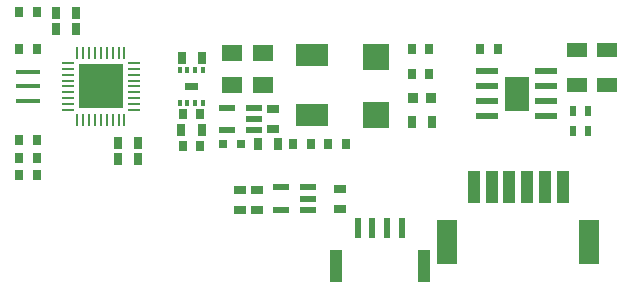
<source format=gtp>
G04*
G04 #@! TF.GenerationSoftware,Altium Limited,Altium Designer,21.4.1 (30)*
G04*
G04 Layer_Color=8421504*
%FSLAX44Y44*%
%MOMM*%
G71*
G04*
G04 #@! TF.SameCoordinates,6553DB82-75CC-4EFF-9F5A-153A9019480B*
G04*
G04*
G04 #@! TF.FilePolarity,Positive*
G04*
G01*
G75*
%ADD16R,1.3208X0.5588*%
%ADD17R,2.0000X0.4000*%
%ADD18R,1.0800X0.2600*%
%ADD19R,0.2600X1.0800*%
%ADD20R,3.7000X3.7000*%
%ADD21R,0.7000X0.9000*%
%ADD22R,1.0000X0.8000*%
%ADD23R,1.0000X2.7000*%
%ADD24R,0.6000X1.7000*%
%ADD25R,0.8000X1.0000*%
%ADD26R,0.8000X0.8000*%
%ADD27R,0.3000X0.5250*%
%ADD28R,1.8200X1.3800*%
%ADD29R,1.0000X2.7000*%
%ADD30R,1.8000X3.8000*%
%ADD31R,0.6000X0.8500*%
%ADD32R,1.8200X1.1500*%
%ADD33R,2.1300X3.0000*%
%ADD34R,1.9700X0.6000*%
%ADD35R,2.7940X1.9050*%
%ADD36R,2.3000X2.2000*%
%ADD37R,0.8900X0.9300*%
G36*
X909500Y438553D02*
X898500D01*
Y445052D01*
X909500D01*
Y438553D01*
D02*
G37*
G36*
X1187570Y436810D02*
X1180570D01*
Y448210D01*
X1187570D01*
Y436810D01*
D02*
G37*
G36*
X1178170D02*
X1171170D01*
Y448210D01*
X1178170D01*
Y436810D01*
D02*
G37*
G36*
X839100Y429533D02*
X815130D01*
Y453503D01*
X839100D01*
Y429533D01*
D02*
G37*
G36*
X1187570Y423010D02*
X1180570D01*
Y434410D01*
X1187570D01*
Y423010D01*
D02*
G37*
G36*
X1178170D02*
X1171170D01*
Y434410D01*
X1178170D01*
Y423010D01*
D02*
G37*
D16*
X1003084Y337502D02*
D03*
Y346900D02*
D03*
Y356298D02*
D03*
X979716D02*
D03*
Y337502D02*
D03*
X934016Y404902D02*
D03*
Y423698D02*
D03*
X957384D02*
D03*
Y414300D02*
D03*
Y404902D02*
D03*
D17*
X765900Y429803D02*
D03*
Y441802D02*
D03*
Y453802D02*
D03*
D18*
X799250Y461802D02*
D03*
Y456802D02*
D03*
Y451802D02*
D03*
Y446802D02*
D03*
Y441802D02*
D03*
Y436802D02*
D03*
Y431802D02*
D03*
Y426802D02*
D03*
Y421802D02*
D03*
X855550D02*
D03*
Y426802D02*
D03*
Y431802D02*
D03*
Y436802D02*
D03*
Y441802D02*
D03*
Y446802D02*
D03*
Y451802D02*
D03*
Y456802D02*
D03*
Y461802D02*
D03*
D19*
X812400Y413652D02*
D03*
X817400D02*
D03*
X822400D02*
D03*
X827400D02*
D03*
X832400D02*
D03*
X837400D02*
D03*
X842400D02*
D03*
X847400D02*
D03*
Y469953D02*
D03*
X842400D02*
D03*
X837400D02*
D03*
X832400D02*
D03*
X827400D02*
D03*
X822400D02*
D03*
X817400D02*
D03*
X812400D02*
D03*
X807400Y413652D02*
D03*
Y469953D02*
D03*
D20*
X827400Y441802D02*
D03*
D21*
X758265Y367200D02*
D03*
X773265D02*
D03*
X758265Y381650D02*
D03*
X773265D02*
D03*
X758265Y396100D02*
D03*
X773265D02*
D03*
Y473500D02*
D03*
X758265D02*
D03*
X773265Y504500D02*
D03*
X758265D02*
D03*
X1019900Y393100D02*
D03*
X1034900D02*
D03*
X989900D02*
D03*
X1004900D02*
D03*
X911667Y391800D02*
D03*
X896667D02*
D03*
X911667Y418300D02*
D03*
X896667D02*
D03*
X1090480Y452503D02*
D03*
X1105480D02*
D03*
Y473170D02*
D03*
X1090480D02*
D03*
X1163270Y473170D02*
D03*
X1148270D02*
D03*
D22*
X1029500Y337800D02*
D03*
Y354800D02*
D03*
X959300Y354100D02*
D03*
Y337100D02*
D03*
X944900Y354300D02*
D03*
Y337300D02*
D03*
X972900Y422800D02*
D03*
Y405800D02*
D03*
D23*
X1100850Y289650D02*
D03*
X1026350D02*
D03*
D24*
X1082350Y321650D02*
D03*
X1069850D02*
D03*
X1044850D02*
D03*
X1057350D02*
D03*
D25*
X806030Y490100D02*
D03*
X789030D02*
D03*
X806065Y504000D02*
D03*
X789065D02*
D03*
X960800Y393100D02*
D03*
X977800D02*
D03*
X841550Y380600D02*
D03*
X858550D02*
D03*
X841550Y394100D02*
D03*
X858550D02*
D03*
X913400Y465500D02*
D03*
X896400D02*
D03*
X895667Y405200D02*
D03*
X912667D02*
D03*
X1107980Y411670D02*
D03*
X1090980D02*
D03*
D26*
X946000Y393350D02*
D03*
X931000D02*
D03*
D27*
X907250Y428177D02*
D03*
X900750D02*
D03*
X913750D02*
D03*
X894250D02*
D03*
X913750Y455428D02*
D03*
X907250D02*
D03*
X900750D02*
D03*
X894250D02*
D03*
D28*
X938190Y470195D02*
D03*
Y442815D02*
D03*
X964860Y470195D02*
D03*
Y442815D02*
D03*
D29*
X1143300Y356785D02*
D03*
X1158300D02*
D03*
X1173300D02*
D03*
X1188300D02*
D03*
X1203300D02*
D03*
X1218300D02*
D03*
D30*
X1120800Y309785D02*
D03*
X1240800D02*
D03*
D31*
X1239544Y404400D02*
D03*
X1227100D02*
D03*
Y420700D02*
D03*
X1239544D02*
D03*
D32*
X1230290Y472320D02*
D03*
Y442620D02*
D03*
X1255690Y472320D02*
D03*
Y442620D02*
D03*
D33*
X1179370Y435610D02*
D03*
D34*
X1154620Y416560D02*
D03*
Y429260D02*
D03*
Y441960D02*
D03*
Y454660D02*
D03*
X1204120D02*
D03*
Y441960D02*
D03*
Y429260D02*
D03*
Y416560D02*
D03*
D35*
X1006010Y417668D02*
D03*
Y468467D02*
D03*
D36*
X1060110Y466670D02*
D03*
Y417670D02*
D03*
D37*
X1091430Y431987D02*
D03*
X1106830D02*
D03*
M02*

</source>
